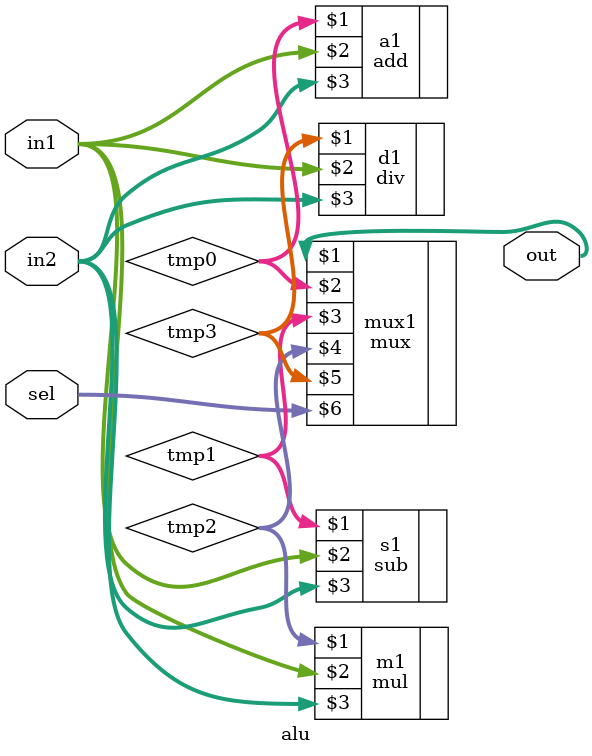
<source format=v>
module alu(out,in1,in2,sel);
  input [15:0] in1, in2;
  input [1:0] sel;
  wire [15:0] tmp0, tmp1, tmp2, tmp3;  
  output [15:0] out;
  
  add a1(tmp0,in1,in2);
  sub s1(tmp1,in1,in2);
  mul m1(tmp2,in1,in2);
  div d1(tmp3,in1,in2);
  
  // select output
  mux mux1(out,tmp0,tmp1,tmp2,tmp3,sel);
endmodule
</source>
